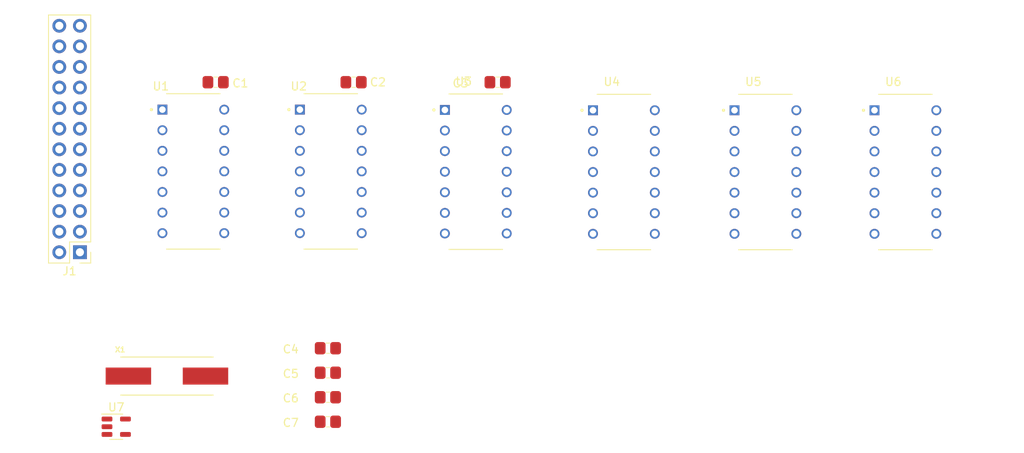
<source format=kicad_pcb>
(kicad_pcb (version 20221018) (generator pcbnew)
  (layers (0 "F.Cu" signal) (31 "B.Cu" signal) (34 "B.Paste" user) (35 "F.Paste" user) (36 "B.SilkS" user "B.Silkscreen") (37 "F.SilkS" user "F.Silkscreen") (38 "B.Mask" user) (39 "F.Mask" user) (44 "Edge.Cuts" user))
  (net 0 "")
  (net 1 "GND")
  (net 2 "+3V3")
  (net 3 "/CS0")
  (net 4 "/SCLK")
  (net 5 "/MOSI")
  (net 6 "/MISO")
  (net 7 "/CS1")
  (net 8 "/CS4")
  (net 9 "/CS2")
  (net 10 "/CS5")
  (net 11 "/CS3")
  (net 27 "/XTAL")
  (net 28 "Net-(U1-fCKi)")
  (net 36 "/CLOCK")
  (footprint "AVR-KiCAD-Lib-Capacitors:C0805" (layer "F.Cu") (at 156.75 89)
    (fp_text reference "C3" (at -4.572 0.127) (layer "F.SilkS"))
    (fp_text value "C0805C104M5RACTU" hide)
    (fp_line (start -0.254 -0.635) (end 0.254 -0.635) (stroke (width 0.1)) (layer "F.SilkS"))
    (fp_line (start -0.254 0.635) (end 0.254 0.635) (stroke (width 0.1)) (layer "F.SilkS"))
    (pad "1" smd roundrect (at -0.95 0) (size 1.321 1.524) (layers "F.Cu" "F.Paste" "F.Mask") (net 1 "GND"))
    (pad "2" smd roundrect (at 0.95 0) (size 1.321 1.524) (layers "F.Cu" "F.Paste" "F.Mask") (net 2 "+3V3"))
  )
  (footprint "Package_TO_SOT_SMD:SOT-23-5" (layer "F.Cu") (at 109.75 131.5)
    (fp_text reference "U7" (at 0 -2.4) (layer "F.SilkS"))
    (fp_text value "SN74LVC1G14DBV")
    (fp_line (start 0 -1.56) (end -1.8 -1.56) (stroke (width 0.12)) (layer "F.SilkS"))
    (fp_line (start 0 -1.56) (end 0.8 -1.56) (stroke (width 0.12)) (layer "F.SilkS"))
    (fp_line (start 0 1.56) (end -0.8 1.56) (stroke (width 0.12)) (layer "F.SilkS"))
    (fp_line (start 0 1.56) (end 0.8 1.56) (stroke (width 0.12)) (layer "F.SilkS"))
    (pad "1" smd roundrect (at -1.1375 -0.95) (size 1.325 0.6) (layers "F.Cu" "F.Paste" "F.Mask"))
    (pad "2" smd roundrect (at -1.1375 0) (size 1.325 0.6) (layers "F.Cu" "F.Paste" "F.Mask") (net 27 "/XTAL"))
    (pad "3" smd roundrect (at -1.1375 0.95) (size 1.325 0.6) (layers "F.Cu" "F.Paste" "F.Mask") (net 1 "GND"))
    (pad "4" smd roundrect (at 1.1375 0.95) (size 1.325 0.6) (layers "F.Cu" "F.Paste" "F.Mask") (net 36 "/CLOCK"))
    (pad "5" smd roundrect (at 1.1375 -0.95) (size 1.325 0.6) (layers "F.Cu" "F.Paste" "F.Mask") (net 2 "+3V3"))
  )
  (footprint "AVR-KiCAD-Lib-Capacitors:C0805" (layer "F.Cu") (at 135.833 124.839)
    (fp_text reference "C5" (at -4.572 0.127) (layer "F.SilkS"))
    (fp_text value "C0805C104M5RACTU" hide)
    (fp_line (start -0.254 -0.635) (end 0.254 -0.635) (stroke (width 0.1)) (layer "F.SilkS"))
    (fp_line (start -0.254 0.635) (end 0.254 0.635) (stroke (width 0.1)) (layer "F.SilkS"))
    (pad "1" smd roundrect (at -0.95 0) (size 1.321 1.524) (layers "F.Cu" "F.Paste" "F.Mask") (net 1 "GND"))
    (pad "2" smd roundrect (at 0.95 0) (size 1.321 1.524) (layers "F.Cu" "F.Paste" "F.Mask") (net 2 "+3V3"))
  )
  (footprint "AVR-KiCAD-Lib-ICs:DIP762W45P254L1917H533Q14" (layer "F.Cu") (at 207 100.08)
    (fp_text reference "U6" (at -1.49 -11.135) (layer "F.SilkS"))
    (fp_text value "LS7366R")
    (fp_line (start -3.3 -9.5875) (end 3.3 -9.5875) (stroke (width 0.127)) (layer "F.SilkS"))
    (fp_line (start -3.3 9.5875) (end 3.3 9.5875) (stroke (width 0.127)) (layer "F.SilkS"))
    (fp_circle (center -5.165 -7.62) (end -5.065 -7.62) (stroke (width 0.2)) (fill none) (layer "F.SilkS"))
    (pad "1" thru_hole rect (at -3.81 -7.62) (size 1.22 1.22) (drill 0.81) (layers "*.Cu" "*.Mask"))
    (pad "2" thru_hole circle (at -3.81 -5.08) (size 1.22 1.22) (drill 0.81) (layers "*.Cu" "*.Mask") (net 36 "/CLOCK"))
    (pad "3" thru_hole circle (at -3.81 -2.54) (size 1.22 1.22) (drill 0.81) (layers "*.Cu" "*.Mask") (net 1 "GND"))
    (pad "4" thru_hole circle (at -3.81 0) (size 1.22 1.22) (drill 0.81) (layers "*.Cu" "*.Mask") (net 10 "/CS5"))
    (pad "5" thru_hole circle (at -3.81 2.54) (size 1.22 1.22) (drill 0.81) (layers "*.Cu" "*.Mask") (net 4 "/SCLK"))
    (pad "6" thru_hole circle (at -3.81 5.08) (size 1.22 1.22) (drill 0.81) (layers "*.Cu" "*.Mask") (net 6 "/MISO"))
    (pad "7" thru_hole circle (at -3.81 7.62) (size 1.22 1.22) (drill 0.81) (layers "*.Cu" "*.Mask") (net 5 "/MOSI"))
    (pad "8" thru_hole circle (at 3.81 7.62) (size 1.22 1.22) (drill 0.81) (layers "*.Cu" "*.Mask"))
    (pad "9" thru_hole circle (at 3.81 5.08) (size 1.22 1.22) (drill 0.81) (layers "*.Cu" "*.Mask"))
    (pad "10" thru_hole circle (at 3.81 2.54) (size 1.22 1.22) (drill 0.81) (layers "*.Cu" "*.Mask"))
    (pad "11" thru_hole circle (at 3.81 0) (size 1.22 1.22) (drill 0.81) (layers "*.Cu" "*.Mask"))
    (pad "12" thru_hole circle (at 3.81 -2.54) (size 1.22 1.22) (drill 0.81) (layers "*.Cu" "*.Mask"))
    (pad "13" thru_hole circle (at 3.81 -5.08) (size 1.22 1.22) (drill 0.81) (layers "*.Cu" "*.Mask"))
    (pad "14" thru_hole circle (at 3.81 -7.62) (size 1.22 1.22) (drill 0.81) (layers "*.Cu" "*.Mask") (net 2 "+3V3"))
  )
  (footprint "AVR-KiCAD-Lib-ICs:DIP762W45P254L1917H533Q14" (layer "F.Cu") (at 189.75 100.08)
    (fp_text reference "U5" (at -1.49 -11.135) (layer "F.SilkS"))
    (fp_text value "LS7366R")
    (fp_line (start -3.3 -9.5875) (end 3.3 -9.5875) (stroke (width 0.127)) (layer "F.SilkS"))
    (fp_line (start -3.3 9.5875) (end 3.3 9.5875) (stroke (width 0.127)) (layer "F.SilkS"))
    (fp_circle (center -5.165 -7.62) (end -5.065 -7.62) (stroke (width 0.2)) (fill none) (layer "F.SilkS"))
    (pad "1" thru_hole rect (at -3.81 -7.62) (size 1.22 1.22) (drill 0.81) (layers "*.Cu" "*.Mask"))
    (pad "2" thru_hole circle (at -3.81 -5.08) (size 1.22 1.22) (drill 0.81) (layers "*.Cu" "*.Mask") (net 36 "/CLOCK"))
    (pad "3" thru_hole circle (at -3.81 -2.54) (size 1.22 1.22) (drill 0.81) (layers "*.Cu" "*.Mask") (net 1 "GND"))
    (pad "4" thru_hole circle (at -3.81 0) (size 1.22 1.22) (drill 0.81) (layers "*.Cu" "*.Mask") (net 11 "/CS3"))
    (pad "5" thru_hole circle (at -3.81 2.54) (size 1.22 1.22) (drill 0.81) (layers "*.Cu" "*.Mask") (net 4 "/SCLK"))
    (pad "6" thru_hole circle (at -3.81 5.08) (size 1.22 1.22) (drill 0.81) (layers "*.Cu" "*.Mask") (net 6 "/MISO"))
    (pad "7" thru_hole circle (at -3.81 7.62) (size 1.22 1.22) (drill 0.81) (layers "*.Cu" "*.Mask") (net 5 "/MOSI"))
    (pad "8" thru_hole circle (at 3.81 7.62) (size 1.22 1.22) (drill 0.81) (layers "*.Cu" "*.Mask"))
    (pad "9" thru_hole circle (at 3.81 5.08) (size 1.22 1.22) (drill 0.81) (layers "*.Cu" "*.Mask"))
    (pad "10" thru_hole circle (at 3.81 2.54) (size 1.22 1.22) (drill 0.81) (layers "*.Cu" "*.Mask"))
    (pad "11" thru_hole circle (at 3.81 0) (size 1.22 1.22) (drill 0.81) (layers "*.Cu" "*.Mask"))
    (pad "12" thru_hole circle (at 3.81 -2.54) (size 1.22 1.22) (drill 0.81) (layers "*.Cu" "*.Mask"))
    (pad "13" thru_hole circle (at 3.81 -5.08) (size 1.22 1.22) (drill 0.81) (layers "*.Cu" "*.Mask"))
    (pad "14" thru_hole circle (at 3.81 -7.62) (size 1.22 1.22) (drill 0.81) (layers "*.Cu" "*.Mask") (net 2 "+3V3"))
  )
  (footprint "AVR-KiCAD-Lib-Oscillators:XTAL_ABLS-20.000MHZ-B2-T" (layer "F.Cu") (at 116 125.25)
    (fp_text reference "X1" (at -5.768 -3.2564) (layer "F.SilkS") (effects (font (size 0.64 0.64))))
    (fp_text value "ABLS-20.000MHZ-B2-T")
    (fp_line (start -5.7 -2.35) (end 5.7 -2.35) (stroke (width 0.127)) (layer "F.SilkS"))
    (fp_line (start -5.7 2.35) (end 5.7 2.35) (stroke (width 0.127)) (layer "F.SilkS"))
    (pad "1" smd rect (at -4.75 0) (size 5.6 2.1) (layers "F.Cu" "F.Paste" "F.Mask") (net 27 "/XTAL"))
    (pad "2" smd rect (at 4.75 0) (size 5.6 2.1) (layers "F.Cu" "F.Paste" "F.Mask") (net 28 "Net-(U1-fCKi)"))
  )
  (footprint "AVR-KiCAD-Lib-ICs:DIP762W45P254L1917H533Q14" (layer "F.Cu") (at 119.25 100)
    (fp_text reference "U1" (at -4 -10.5) (layer "F.SilkS"))
    (fp_text value "LS7366R")
    (fp_line (start -3.3 -9.5875) (end 3.3 -9.5875) (stroke (width 0.127)) (layer "F.SilkS"))
    (fp_line (start -3.3 9.5875) (end 3.3 9.5875) (stroke (width 0.127)) (layer "F.SilkS"))
    (fp_circle (center -5.165 -7.62) (end -5.065 -7.62) (stroke (width 0.2)) (fill none) (layer "F.SilkS"))
    (pad "1" thru_hole rect (at -3.81 -7.62) (size 1.22 1.22) (drill 0.81) (layers "*.Cu" "*.Mask") (net 27 "/XTAL"))
    (pad "2" thru_hole circle (at -3.81 -5.08) (size 1.22 1.22) (drill 0.81) (layers "*.Cu" "*.Mask") (net 28 "Net-(U1-fCKi)"))
    (pad "3" thru_hole circle (at -3.81 -2.54) (size 1.22 1.22) (drill 0.81) (layers "*.Cu" "*.Mask") (net 1 "GND"))
    (pad "4" thru_hole circle (at -3.81 0) (size 1.22 1.22) (drill 0.81) (layers "*.Cu" "*.Mask") (net 3 "/CS0"))
    (pad "5" thru_hole circle (at -3.81 2.54) (size 1.22 1.22) (drill 0.81) (layers "*.Cu" "*.Mask") (net 4 "/SCLK"))
    (pad "6" thru_hole circle (at -3.81 5.08) (size 1.22 1.22) (drill 0.81) (layers "*.Cu" "*.Mask") (net 6 "/MISO"))
    (pad "7" thru_hole circle (at -3.81 7.62) (size 1.22 1.22) (drill 0.81) (layers "*.Cu" "*.Mask") (net 5 "/MOSI"))
    (pad "8" thru_hole circle (at 3.81 7.62) (size 1.22 1.22) (drill 0.81) (layers "*.Cu" "*.Mask"))
    (pad "9" thru_hole circle (at 3.81 5.08) (size 1.22 1.22) (drill 0.81) (layers "*.Cu" "*.Mask"))
    (pad "10" thru_hole circle (at 3.81 2.54) (size 1.22 1.22) (drill 0.81) (layers "*.Cu" "*.Mask"))
    (pad "11" thru_hole circle (at 3.81 0) (size 1.22 1.22) (drill 0.81) (layers "*.Cu" "*.Mask"))
    (pad "12" thru_hole circle (at 3.81 -2.54) (size 1.22 1.22) (drill 0.81) (layers "*.Cu" "*.Mask"))
    (pad "13" thru_hole circle (at 3.81 -5.08) (size 1.22 1.22) (drill 0.81) (layers "*.Cu" "*.Mask"))
    (pad "14" thru_hole circle (at 3.81 -7.62) (size 1.22 1.22) (drill 0.81) (layers "*.Cu" "*.Mask") (net 2 "+3V3"))
  )
  (footprint "AVR-KiCAD-Lib-Capacitors:C0805" (layer "F.Cu") (at 135.833 127.863)
    (fp_text reference "C6" (at -4.572 0.127) (layer "F.SilkS"))
    (fp_text value "C0805C104M5RACTU" hide)
    (fp_line (start -0.254 -0.635) (end 0.254 -0.635) (stroke (width 0.1)) (layer "F.SilkS"))
    (fp_line (start -0.254 0.635) (end 0.254 0.635) (stroke (width 0.1)) (layer "F.SilkS"))
    (pad "1" smd roundrect (at -0.95 0) (size 1.321 1.524) (layers "F.Cu" "F.Paste" "F.Mask") (net 1 "GND"))
    (pad "2" smd roundrect (at 0.95 0) (size 1.321 1.524) (layers "F.Cu" "F.Paste" "F.Mask") (net 2 "+3V3"))
  )
  (footprint "AVR-KiCAD-Lib-ICs:DIP762W45P254L1917H533Q14" (layer "F.Cu") (at 154.06 100.04)
    (fp_text reference "U3" (at -1.49 -11.135) (layer "F.SilkS"))
    (fp_text value "LS7366R")
    (fp_line (start -3.3 -9.5875) (end 3.3 -9.5875) (stroke (width 0.127)) (layer "F.SilkS"))
    (fp_line (start -3.3 9.5875) (end 3.3 9.5875) (stroke (width 0.127)) (layer "F.SilkS"))
    (fp_circle (center -5.165 -7.62) (end -5.065 -7.62) (stroke (width 0.2)) (fill none) (layer "F.SilkS"))
    (pad "1" thru_hole rect (at -3.81 -7.62) (size 1.22 1.22) (drill 0.81) (layers "*.Cu" "*.Mask"))
    (pad "2" thru_hole circle (at -3.81 -5.08) (size 1.22 1.22) (drill 0.81) (layers "*.Cu" "*.Mask") (net 36 "/CLOCK"))
    (pad "3" thru_hole circle (at -3.81 -2.54) (size 1.22 1.22) (drill 0.81) (layers "*.Cu" "*.Mask") (net 1 "GND"))
    (pad "4" thru_hole circle (at -3.81 0) (size 1.22 1.22) (drill 0.81) (layers "*.Cu" "*.Mask") (net 8 "/CS4"))
    (pad "5" thru_hole circle (at -3.81 2.54) (size 1.22 1.22) (drill 0.81) (layers "*.Cu" "*.Mask") (net 4 "/SCLK"))
    (pad "6" thru_hole circle (at -3.81 5.08) (size 1.22 1.22) (drill 0.81) (layers "*.Cu" "*.Mask") (net 6 "/MISO"))
    (pad "7" thru_hole circle (at -3.81 7.62) (size 1.22 1.22) (drill 0.81) (layers "*.Cu" "*.Mask") (net 5 "/MOSI"))
    (pad "8" thru_hole circle (at 3.81 7.62) (size 1.22 1.22) (drill 0.81) (layers "*.Cu" "*.Mask"))
    (pad "9" thru_hole circle (at 3.81 5.08) (size 1.22 1.22) (drill 0.81) (layers "*.Cu" "*.Mask"))
    (pad "10" thru_hole circle (at 3.81 2.54) (size 1.22 1.22) (drill 0.81) (layers "*.Cu" "*.Mask"))
    (pad "11" thru_hole circle (at 3.81 0) (size 1.22 1.22) (drill 0.81) (layers "*.Cu" "*.Mask"))
    (pad "12" thru_hole circle (at 3.81 -2.54) (size 1.22 1.22) (drill 0.81) (layers "*.Cu" "*.Mask"))
    (pad "13" thru_hole circle (at 3.81 -5.08) (size 1.22 1.22) (drill 0.81) (layers "*.Cu" "*.Mask"))
    (pad "14" thru_hole circle (at 3.81 -7.62) (size 1.22 1.22) (drill 0.81) (layers "*.Cu" "*.Mask") (net 2 "+3V3"))
  )
  (footprint "AVR-KiCAD-Lib-Capacitors:C0805" (layer "F.Cu") (at 139 89)
    (fp_text reference "C2" (at 3 0) (layer "F.SilkS"))
    (fp_text value "C0805C104M5RACTU" hide)
    (fp_line (start -0.254 -0.635) (end 0.254 -0.635) (stroke (width 0.1)) (layer "F.SilkS"))
    (fp_line (start -0.254 0.635) (end 0.254 0.635) (stroke (width 0.1)) (layer "F.SilkS"))
    (pad "1" smd roundrect (at -0.95 0) (size 1.321 1.524) (layers "F.Cu" "F.Paste" "F.Mask") (net 1 "GND"))
    (pad "2" smd roundrect (at 0.95 0) (size 1.321 1.524) (layers "F.Cu" "F.Paste" "F.Mask") (net 2 "+3V3"))
  )
  (footprint "AVR-KiCAD-Lib-Capacitors:C0805" (layer "F.Cu") (at 122 89)
    (fp_text reference "C1" (at 3.05 0.127) (layer "F.SilkS"))
    (fp_text value "C0805C104M5RACTU" hide)
    (fp_line (start -0.254 -0.635) (end 0.254 -0.635) (stroke (width 0.1)) (layer "F.SilkS"))
    (fp_line (start -0.254 0.635) (end 0.254 0.635) (stroke (width 0.1)) (layer "F.SilkS"))
    (pad "1" smd roundrect (at -0.95 0) (size 1.321 1.524) (layers "F.Cu" "F.Paste" "F.Mask") (net 1 "GND"))
    (pad "2" smd roundrect (at 0.95 0) (size 1.321 1.524) (layers "F.Cu" "F.Paste" "F.Mask") (net 2 "+3V3"))
  )
  (footprint "AVR-KiCAD-Lib-ICs:DIP762W45P254L1917H533Q14" (layer "F.Cu") (at 172.31 100.08)
    (fp_text reference "U4" (at -1.49 -11.135) (layer "F.SilkS"))
    (fp_text value "LS7366R")
    (fp_line (start -3.3 -9.5875) (end 3.3 -9.5875) (stroke (width 0.127)) (layer "F.SilkS"))
    (fp_line (start -3.3 9.5875) (end 3.3 9.5875) (stroke (width 0.127)) (layer "F.SilkS"))
    (fp_circle (center -5.165 -7.62) (end -5.065 -7.62) (stroke (width 0.2)) (fill none) (layer "F.SilkS"))
    (pad "1" thru_hole rect (at -3.81 -7.62) (size 1.22 1.22) (drill 0.81) (layers "*.Cu" "*.Mask"))
    (pad "2" thru_hole circle (at -3.81 -5.08) (size 1.22 1.22) (drill 0.81) (layers "*.Cu" "*.Mask") (net 36 "/CLOCK"))
    (pad "3" thru_hole circle (at -3.81 -2.54) (size 1.22 1.22) (drill 0.81) (layers "*.Cu" "*.Mask") (net 1 "GND"))
    (pad "4" thru_hole circle (at -3.81 0) (size 1.22 1.22) (drill 0.81) (layers "*.Cu" "*.Mask") (net 7 "/CS1"))
    (pad "5" thru_hole circle (at -3.81 2.54) (size 1.22 1.22) (drill 0.81) (layers "*.Cu" "*.Mask") (net 4 "/SCLK"))
    (pad "6" thru_hole circle (at -3.81 5.08) (size 1.22 1.22) (drill 0.81) (layers "*.Cu" "*.Mask") (net 6 "/MISO"))
    (pad "7" thru_hole circle (at -3.81 7.62) (size 1.22 1.22) (drill 0.81) (layers "*.Cu" "*.Mask") (net 5 "/MOSI"))
    (pad "8" thru_hole circle (at 3.81 7.62) (size 1.22 1.22) (drill 0.81) (layers "*.Cu" "*.Mask"))
    (pad "9" thru_hole circle (at 3.81 5.08) (size 1.22 1.22) (drill 0.81) (layers "*.Cu" "*.Mask"))
    (pad "10" thru_hole circle (at 3.81 2.54) (size 1.22 1.22) (drill 0.81) (layers "*.Cu" "*.Mask"))
    (pad "11" thru_hole circle (at 3.81 0) (size 1.22 1.22) (drill 0.81) (layers "*.Cu" "*.Mask"))
    (pad "12" thru_hole circle (at 3.81 -2.54) (size 1.22 1.22) (drill 0.81) (layers "*.Cu" "*.Mask"))
    (pad "13" thru_hole circle (at 3.81 -5.08) (size 1.22 1.22) (drill 0.81) (layers "*.Cu" "*.Mask"))
    (pad "14" thru_hole circle (at 3.81 -7.62) (size 1.22 1.22) (drill 0.81) (layers "*.Cu" "*.Mask") (net 2 "+3V3"))
  )
  (footprint "AVR-KiCAD-Lib-ICs:DIP762W45P254L1917H533Q14" (layer "F.Cu") (at 136.19 100)
    (fp_text reference "U2" (at -3.94 -10.5) (layer "F.SilkS"))
    (fp_text value "LS7366R")
    (fp_line (start -3.3 -9.5875) (end 3.3 -9.5875) (stroke (width 0.127)) (layer "F.SilkS"))
    (fp_line (start -3.3 9.5875) (end 3.3 9.5875) (stroke (width 0.127)) (layer "F.SilkS"))
    (fp_circle (center -5.165 -7.62) (end -5.065 -7.62) (stroke (width 0.2)) (fill none) (layer "F.SilkS"))
    (pad "1" thru_hole rect (at -3.81 -7.62) (size 1.22 1.22) (drill 0.81) (layers "*.Cu" "*.Mask"))
    (pad "2" thru_hole circle (at -3.81 -5.08) (size 1.22 1.22) (drill 0.81) (layers "*.Cu" "*.Mask") (net 36 "/CLOCK"))
    (pad "3" thru_hole circle (at -3.81 -2.54) (size 1.22 1.22) (drill 0.81) (layers "*.Cu" "*.Mask") (net 1 "GND"))
    (pad "4" thru_hole circle (at -3.81 0) (size 1.22 1.22) (drill 0.81) (layers "*.Cu" "*.Mask") (net 9 "/CS2"))
    (pad "5" thru_hole circle (at -3.81 2.54) (size 1.22 1.22) (drill 0.81) (layers "*.Cu" "*.Mask") (net 4 "/SCLK"))
    (pad "6" thru_hole circle (at -3.81 5.08) (size 1.22 1.22) (drill 0.81) (layers "*.Cu" "*.Mask") (net 6 "/MISO"))
    (pad "7" thru_hole circle (at -3.81 7.62) (size 1.22 1.22) (drill 0.81) (layers "*.Cu" "*.Mask") (net 5 "/MOSI"))
    (pad "8" thru_hole circle (at 3.81 7.62) (size 1.22 1.22) (drill 0.81) (layers "*.Cu" "*.Mask"))
    (pad "9" thru_hole circle (at 3.81 5.08) (size 1.22 1.22) (drill 0.81) (layers "*.Cu" "*.Mask"))
    (pad "10" thru_hole circle (at 3.81 2.54) (size 1.22 1.22) (drill 0.81) (layers "*.Cu" "*.Mask"))
    (pad "11" thru_hole circle (at 3.81 0) (size 1.22 1.22) (drill 0.81) (layers "*.Cu" "*.Mask"))
    (pad "12" thru_hole circle (at 3.81 -2.54) (size 1.22 1.22) (drill 0.81) (layers "*.Cu" "*.Mask"))
    (pad "13" thru_hole circle (at 3.81 -5.08) (size 1.22 1.22) (drill 0.81) (layers "*.Cu" "*.Mask"))
    (pad "14" thru_hole circle (at 3.81 -7.62) (size 1.22 1.22) (drill 0.81) (layers "*.Cu" "*.Mask") (net 2 "+3V3"))
  )
  (footprint "Connector_PinHeader_2.54mm:PinHeader_2x12_P2.54mm_Vertical" (layer "F.Cu") (at 105.275 109.975 180)
    (fp_text reference "J1" (at 1.27 -2.33) (layer "F.SilkS"))
    (fp_text value "Conn_02x12_Odd_Even")
    (fp_line (start -1.33 -1.33) (end 0 -1.33) (stroke (width 0.12)) (layer "F.SilkS"))
    (fp_line (start -1.33 0) (end -1.33 -1.33) (stroke (width 0.12)) (layer "F.SilkS"))
    (fp_line (start -1.33 1.27) (end -1.33 29.27) (stroke (width 0.12)) (layer "F.SilkS"))
    (fp_line (start -1.33 1.27) (end 1.27 1.27) (stroke (width 0.12)) (layer "F.SilkS"))
    (fp_line (start -1.33 29.27) (end 3.87 29.27) (stroke (width 0.12)) (layer "F.SilkS"))
    (fp_line (start 1.27 -1.33) (end 3.87 -1.33) (stroke (width 0.12)) (layer "F.SilkS"))
    (fp_line (start 1.27 1.27) (end 1.27 -1.33) (stroke (width 0.12)) (layer "F.SilkS"))
    (fp_line (start 3.87 -1.33) (end 3.87 29.27) (stroke (width 0.12)) (layer "F.SilkS"))
    (pad "1" thru_hole rect (at 0 0 180) (size 1.7 1.7) (drill 1) (layers "*.Cu" "*.Mask") (net 3 "/CS0"))
    (pad "2" thru_hole oval (at 2.54 0 180) (size 1.7 1.7) (drill 1) (layers "*.Cu" "*.Mask") (net 4 "/SCLK"))
    (pad "3" thru_hole oval (at 0 2.54 180) (size 1.7 1.7) (drill 1) (layers "*.Cu" "*.Mask") (net 5 "/MOSI"))
    (pad "4" thru_hole oval (at 2.54 2.54 180) (size 1.7 1.7) (drill 1) (layers "*.Cu" "*.Mask") (net 6 "/MISO"))
    (pad "5" thru_hole oval (at 0 5.08 180) (size 1.7 1.7) (drill 1) (layers "*.Cu" "*.Mask") (net 7 "/CS1"))
    (pad "6" thru_hole oval (at 2.54 5.08 180) (size 1.7 1.7) (drill 1) (layers "*.Cu" "*.Mask") (net 8 "/CS4"))
    (pad "7" thru_hole oval (at 0 7.62 180) (size 1.7 1.7) (drill 1) (layers "*.Cu" "*.Mask") (net 9 "/CS2"))
    (pad "8" thru_hole oval (at 2.54 7.62 180) (size 1.7 1.7) (drill 1) (layers "*.Cu" "*.Mask") (net 10 "/CS5"))
    (pad "9" thru_hole oval (at 0 10.16 180) (size 1.7 1.7) (drill 1) (layers "*.Cu" "*.Mask") (net 11 "/CS3"))
    (pad "10" thru_hole oval (at 2.54 10.16 180) (size 1.7 1.7) (drill 1) (layers "*.Cu" "*.Mask"))
    (pad "11" thru_hole oval (at 0 12.7 180) (size 1.7 1.7) (drill 1) (layers "*.Cu" "*.Mask"))
    (pad "12" thru_hole oval (at 2.54 12.7 180) (size 1.7 1.7) (drill 1) (layers "*.Cu" "*.Mask"))
    (pad "13" thru_hole oval (at 0 15.24 180) (size 1.7 1.7) (drill 1) (layers "*.Cu" "*.Mask"))
    (pad "14" thru_hole oval (at 2.54 15.24 180) (size 1.7 1.7) (drill 1) (layers "*.Cu" "*.Mask"))
    (pad "15" thru_hole oval (at 0 17.78 180) (size 1.7 1.7) (drill 1) (layers "*.Cu" "*.Mask"))
    (pad "16" thru_hole oval (at 2.54 17.78 180) (size 1.7 1.7) (drill 1) (layers "*.Cu" "*.Mask"))
    (pad "17" thru_hole oval (at 0 20.32 180) (size 1.7 1.7) (drill 1) (layers "*.Cu" "*.Mask"))
    (pad "18" thru_hole oval (at 2.54 20.32 180) (size 1.7 1.7) (drill 1) (layers "*.Cu" "*.Mask"))
    (pad "19" thru_hole oval (at 0 22.86 180) (size 1.7 1.7) (drill 1) (layers "*.Cu" "*.Mask"))
    (pad "20" thru_hole oval (at 2.54 22.86 180) (size 1.7 1.7) (drill 1) (layers "*.Cu" "*.Mask"))
    (pad "21" thru_hole oval (at 0 25.4 180) (size 1.7 1.7) (drill 1) (layers "*.Cu" "*.Mask"))
    (pad "22" thru_hole oval (at 2.54 25.4 180) (size 1.7 1.7) (drill 1) (layers "*.Cu" "*.Mask"))
    (pad "23" thru_hole oval (at 0 27.94 180) (size 1.7 1.7) (drill 1) (layers "*.Cu" "*.Mask"))
    (pad "24" thru_hole oval (at 2.54 27.94 180) (size 1.7 1.7) (drill 1) (layers "*.Cu" "*.Mask"))
  )
  (footprint "AVR-KiCAD-Lib-Capacitors:C0805" (layer "F.Cu") (at 135.833 130.887)
    (fp_text reference "C7" (at -4.572 0.127) (layer "F.SilkS"))
    (fp_text value "C0805C104M5RACTU" hide)
    (fp_line (start -0.254 -0.635) (end 0.254 -0.635) (stroke (width 0.1)) (layer "F.SilkS"))
    (fp_line (start -0.254 0.635) (end 0.254 0.635) (stroke (width 0.1)) (layer "F.SilkS"))
    (pad "1" smd roundrect (at -0.95 0) (size 1.321 1.524) (layers "F.Cu" "F.Paste" "F.Mask") (net 1 "GND"))
    (pad "2" smd roundrect (at 0.95 0) (size 1.321 1.524) (layers "F.Cu" "F.Paste" "F.Mask") (net 2 "+3V3"))
  )
  (footprint "AVR-KiCAD-Lib-Capacitors:C0805" (layer "F.Cu") (at 135.833 121.815)
    (fp_text reference "C4" (at -4.572 0.127) (layer "F.SilkS"))
    (fp_text value "C0805C104M5RACTU" hide)
    (fp_line (start -0.254 -0.635) (end 0.254 -0.635) (stroke (width 0.1)) (layer "F.SilkS"))
    (fp_line (start -0.254 0.635) (end 0.254 0.635) (stroke (width 0.1)) (layer "F.SilkS"))
    (pad "1" smd roundrect (at -0.95 0) (size 1.321 1.524) (layers "F.Cu" "F.Paste" "F.Mask") (net 1 "GND"))
    (pad "2" smd roundrect (at 0.95 0) (size 1.321 1.524) (layers "F.Cu" "F.Paste" "F.Mask") (net 2 "+3V3"))
  )
)
</source>
